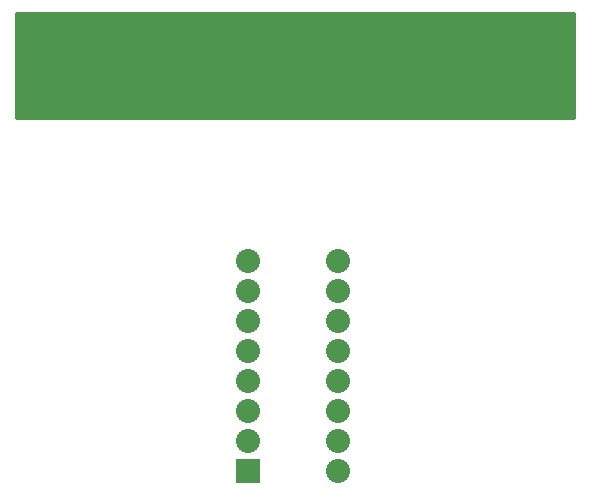
<source format=gbs>
%FSTAX24Y24*%
%MOIN*%
%IN card16pad.gbs *%
%ADD10C,0.0100*%
%ADD11C,0.0800*%
%ADD12R,0.0800X0.0800*%
D10*X019335Y017366D02*G01Y020866D01*X00071D01*Y017366D01*X019335D01*
G36*G01Y020866D01*X00071D01*Y017366D01*X019335D01*G37*
%LPC*%
%LPD*%
D11*X01146Y005591D03*X00846Y011591D03*Y010591D03*Y009591D03*Y008591D03*
Y007591D03*Y006591D03*D12*Y005591D03*D11*X01146Y006591D03*Y007591D03*
Y008591D03*Y009591D03*Y010591D03*Y011591D03*Y012591D03*X00846D03*
M02*
</source>
